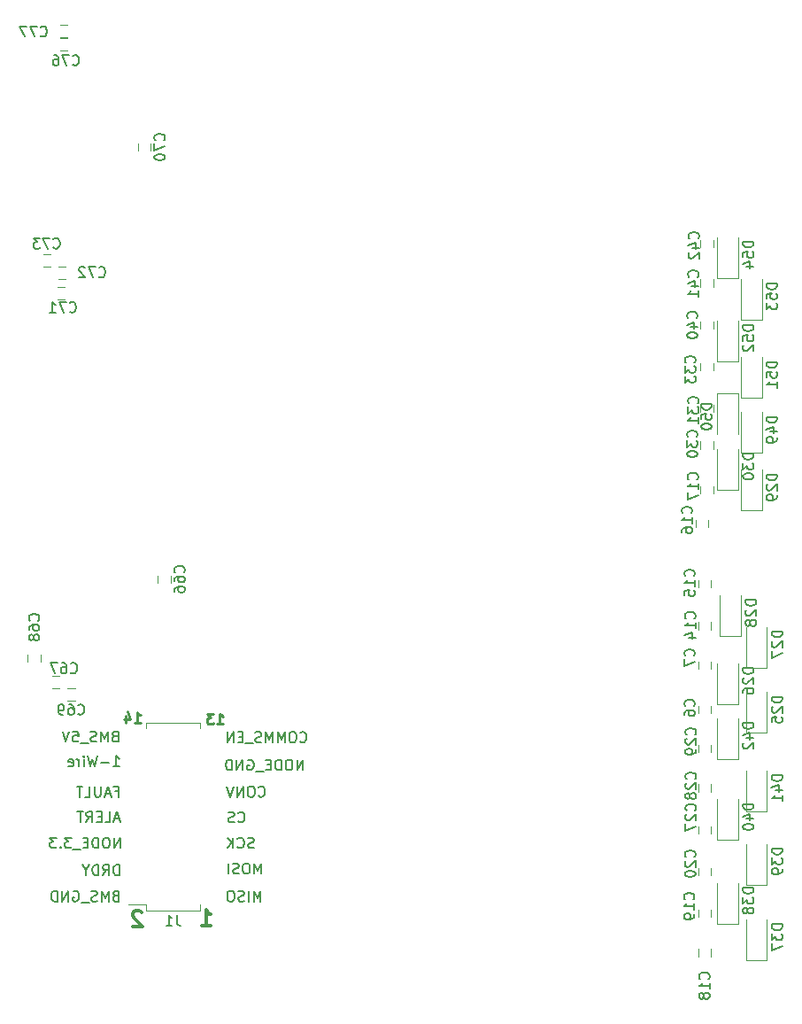
<source format=gbr>
G04 #@! TF.FileFunction,Legend,Bot*
%FSLAX46Y46*%
G04 Gerber Fmt 4.6, Leading zero omitted, Abs format (unit mm)*
G04 Created by KiCad (PCBNEW 4.0.6) date 07/17/17 17:26:29*
%MOMM*%
%LPD*%
G01*
G04 APERTURE LIST*
%ADD10C,0.100000*%
%ADD11C,0.250000*%
%ADD12C,0.300000*%
%ADD13C,0.200000*%
%ADD14C,0.120000*%
%ADD15C,0.150000*%
G04 APERTURE END LIST*
D10*
D11*
X62990476Y-137002381D02*
X63561905Y-137002381D01*
X63276191Y-137002381D02*
X63276191Y-136002381D01*
X63371429Y-136145238D01*
X63466667Y-136240476D01*
X63561905Y-136288095D01*
X62133333Y-136335714D02*
X62133333Y-137002381D01*
X62371429Y-135954762D02*
X62609524Y-136669048D01*
X61990476Y-136669048D01*
X70890476Y-137152381D02*
X71461905Y-137152381D01*
X71176191Y-137152381D02*
X71176191Y-136152381D01*
X71271429Y-136295238D01*
X71366667Y-136390476D01*
X71461905Y-136438095D01*
X70557143Y-136152381D02*
X69938095Y-136152381D01*
X70271429Y-136533333D01*
X70128571Y-136533333D01*
X70033333Y-136580952D01*
X69985714Y-136628571D01*
X69938095Y-136723810D01*
X69938095Y-136961905D01*
X69985714Y-137057143D01*
X70033333Y-137104762D01*
X70128571Y-137152381D01*
X70414286Y-137152381D01*
X70509524Y-137104762D01*
X70557143Y-137057143D01*
D12*
X63678571Y-155121429D02*
X63607142Y-155050000D01*
X63464285Y-154978571D01*
X63107142Y-154978571D01*
X62964285Y-155050000D01*
X62892856Y-155121429D01*
X62821428Y-155264286D01*
X62821428Y-155407143D01*
X62892856Y-155621429D01*
X63749999Y-156478571D01*
X62821428Y-156478571D01*
X69421428Y-156428571D02*
X70278571Y-156428571D01*
X69849999Y-156428571D02*
X69849999Y-154928571D01*
X69992856Y-155142857D01*
X70135714Y-155285714D01*
X70278571Y-155357143D01*
D13*
X61180952Y-153578571D02*
X61038095Y-153626190D01*
X60990476Y-153673810D01*
X60942857Y-153769048D01*
X60942857Y-153911905D01*
X60990476Y-154007143D01*
X61038095Y-154054762D01*
X61133333Y-154102381D01*
X61514286Y-154102381D01*
X61514286Y-153102381D01*
X61180952Y-153102381D01*
X61085714Y-153150000D01*
X61038095Y-153197619D01*
X60990476Y-153292857D01*
X60990476Y-153388095D01*
X61038095Y-153483333D01*
X61085714Y-153530952D01*
X61180952Y-153578571D01*
X61514286Y-153578571D01*
X60514286Y-154102381D02*
X60514286Y-153102381D01*
X60180952Y-153816667D01*
X59847619Y-153102381D01*
X59847619Y-154102381D01*
X59419048Y-154054762D02*
X59276191Y-154102381D01*
X59038095Y-154102381D01*
X58942857Y-154054762D01*
X58895238Y-154007143D01*
X58847619Y-153911905D01*
X58847619Y-153816667D01*
X58895238Y-153721429D01*
X58942857Y-153673810D01*
X59038095Y-153626190D01*
X59228572Y-153578571D01*
X59323810Y-153530952D01*
X59371429Y-153483333D01*
X59419048Y-153388095D01*
X59419048Y-153292857D01*
X59371429Y-153197619D01*
X59323810Y-153150000D01*
X59228572Y-153102381D01*
X58990476Y-153102381D01*
X58847619Y-153150000D01*
X58657143Y-154197619D02*
X57895238Y-154197619D01*
X57133333Y-153150000D02*
X57228571Y-153102381D01*
X57371428Y-153102381D01*
X57514286Y-153150000D01*
X57609524Y-153245238D01*
X57657143Y-153340476D01*
X57704762Y-153530952D01*
X57704762Y-153673810D01*
X57657143Y-153864286D01*
X57609524Y-153959524D01*
X57514286Y-154054762D01*
X57371428Y-154102381D01*
X57276190Y-154102381D01*
X57133333Y-154054762D01*
X57085714Y-154007143D01*
X57085714Y-153673810D01*
X57276190Y-153673810D01*
X56657143Y-154102381D02*
X56657143Y-153102381D01*
X56085714Y-154102381D01*
X56085714Y-153102381D01*
X55609524Y-154102381D02*
X55609524Y-153102381D01*
X55371429Y-153102381D01*
X55228571Y-153150000D01*
X55133333Y-153245238D01*
X55085714Y-153340476D01*
X55038095Y-153530952D01*
X55038095Y-153673810D01*
X55085714Y-153864286D01*
X55133333Y-153959524D01*
X55228571Y-154054762D01*
X55371429Y-154102381D01*
X55609524Y-154102381D01*
X61540476Y-151602381D02*
X61540476Y-150602381D01*
X61302381Y-150602381D01*
X61159523Y-150650000D01*
X61064285Y-150745238D01*
X61016666Y-150840476D01*
X60969047Y-151030952D01*
X60969047Y-151173810D01*
X61016666Y-151364286D01*
X61064285Y-151459524D01*
X61159523Y-151554762D01*
X61302381Y-151602381D01*
X61540476Y-151602381D01*
X59969047Y-151602381D02*
X60302381Y-151126190D01*
X60540476Y-151602381D02*
X60540476Y-150602381D01*
X60159523Y-150602381D01*
X60064285Y-150650000D01*
X60016666Y-150697619D01*
X59969047Y-150792857D01*
X59969047Y-150935714D01*
X60016666Y-151030952D01*
X60064285Y-151078571D01*
X60159523Y-151126190D01*
X60540476Y-151126190D01*
X59540476Y-151602381D02*
X59540476Y-150602381D01*
X59302381Y-150602381D01*
X59159523Y-150650000D01*
X59064285Y-150745238D01*
X59016666Y-150840476D01*
X58969047Y-151030952D01*
X58969047Y-151173810D01*
X59016666Y-151364286D01*
X59064285Y-151459524D01*
X59159523Y-151554762D01*
X59302381Y-151602381D01*
X59540476Y-151602381D01*
X58350000Y-151126190D02*
X58350000Y-151602381D01*
X58683333Y-150602381D02*
X58350000Y-151126190D01*
X58016666Y-150602381D01*
X61633333Y-149002381D02*
X61633333Y-148002381D01*
X61061904Y-149002381D01*
X61061904Y-148002381D01*
X60395238Y-148002381D02*
X60204761Y-148002381D01*
X60109523Y-148050000D01*
X60014285Y-148145238D01*
X59966666Y-148335714D01*
X59966666Y-148669048D01*
X60014285Y-148859524D01*
X60109523Y-148954762D01*
X60204761Y-149002381D01*
X60395238Y-149002381D01*
X60490476Y-148954762D01*
X60585714Y-148859524D01*
X60633333Y-148669048D01*
X60633333Y-148335714D01*
X60585714Y-148145238D01*
X60490476Y-148050000D01*
X60395238Y-148002381D01*
X59538095Y-149002381D02*
X59538095Y-148002381D01*
X59300000Y-148002381D01*
X59157142Y-148050000D01*
X59061904Y-148145238D01*
X59014285Y-148240476D01*
X58966666Y-148430952D01*
X58966666Y-148573810D01*
X59014285Y-148764286D01*
X59061904Y-148859524D01*
X59157142Y-148954762D01*
X59300000Y-149002381D01*
X59538095Y-149002381D01*
X58538095Y-148478571D02*
X58204761Y-148478571D01*
X58061904Y-149002381D02*
X58538095Y-149002381D01*
X58538095Y-148002381D01*
X58061904Y-148002381D01*
X57871428Y-149097619D02*
X57109523Y-149097619D01*
X56966666Y-148002381D02*
X56347618Y-148002381D01*
X56680952Y-148383333D01*
X56538094Y-148383333D01*
X56442856Y-148430952D01*
X56395237Y-148478571D01*
X56347618Y-148573810D01*
X56347618Y-148811905D01*
X56395237Y-148907143D01*
X56442856Y-148954762D01*
X56538094Y-149002381D01*
X56823809Y-149002381D01*
X56919047Y-148954762D01*
X56966666Y-148907143D01*
X55919047Y-148907143D02*
X55871428Y-148954762D01*
X55919047Y-149002381D01*
X55966666Y-148954762D01*
X55919047Y-148907143D01*
X55919047Y-149002381D01*
X55538095Y-148002381D02*
X54919047Y-148002381D01*
X55252381Y-148383333D01*
X55109523Y-148383333D01*
X55014285Y-148430952D01*
X54966666Y-148478571D01*
X54919047Y-148573810D01*
X54919047Y-148811905D01*
X54966666Y-148907143D01*
X55014285Y-148954762D01*
X55109523Y-149002381D01*
X55395238Y-149002381D01*
X55490476Y-148954762D01*
X55538095Y-148907143D01*
X61576191Y-146216667D02*
X61100000Y-146216667D01*
X61671429Y-146502381D02*
X61338096Y-145502381D01*
X61004762Y-146502381D01*
X60195238Y-146502381D02*
X60671429Y-146502381D01*
X60671429Y-145502381D01*
X59861905Y-145978571D02*
X59528571Y-145978571D01*
X59385714Y-146502381D02*
X59861905Y-146502381D01*
X59861905Y-145502381D01*
X59385714Y-145502381D01*
X58385714Y-146502381D02*
X58719048Y-146026190D01*
X58957143Y-146502381D02*
X58957143Y-145502381D01*
X58576190Y-145502381D01*
X58480952Y-145550000D01*
X58433333Y-145597619D01*
X58385714Y-145692857D01*
X58385714Y-145835714D01*
X58433333Y-145930952D01*
X58480952Y-145978571D01*
X58576190Y-146026190D01*
X58957143Y-146026190D01*
X58100000Y-145502381D02*
X57528571Y-145502381D01*
X57814286Y-146502381D02*
X57814286Y-145502381D01*
X61145238Y-143578571D02*
X61478572Y-143578571D01*
X61478572Y-144102381D02*
X61478572Y-143102381D01*
X61002381Y-143102381D01*
X60669048Y-143816667D02*
X60192857Y-143816667D01*
X60764286Y-144102381D02*
X60430953Y-143102381D01*
X60097619Y-144102381D01*
X59764286Y-143102381D02*
X59764286Y-143911905D01*
X59716667Y-144007143D01*
X59669048Y-144054762D01*
X59573810Y-144102381D01*
X59383333Y-144102381D01*
X59288095Y-144054762D01*
X59240476Y-144007143D01*
X59192857Y-143911905D01*
X59192857Y-143102381D01*
X58240476Y-144102381D02*
X58716667Y-144102381D01*
X58716667Y-143102381D01*
X58050000Y-143102381D02*
X57478571Y-143102381D01*
X57764286Y-144102381D02*
X57764286Y-143102381D01*
X60980952Y-141202381D02*
X61552381Y-141202381D01*
X61266667Y-141202381D02*
X61266667Y-140202381D01*
X61361905Y-140345238D01*
X61457143Y-140440476D01*
X61552381Y-140488095D01*
X60552381Y-140821429D02*
X59790476Y-140821429D01*
X59409524Y-140202381D02*
X59171429Y-141202381D01*
X58980952Y-140488095D01*
X58790476Y-141202381D01*
X58552381Y-140202381D01*
X58171429Y-141202381D02*
X58171429Y-140535714D01*
X58171429Y-140202381D02*
X58219048Y-140250000D01*
X58171429Y-140297619D01*
X58123810Y-140250000D01*
X58171429Y-140202381D01*
X58171429Y-140297619D01*
X57695239Y-141202381D02*
X57695239Y-140535714D01*
X57695239Y-140726190D02*
X57647620Y-140630952D01*
X57600001Y-140583333D01*
X57504763Y-140535714D01*
X57409524Y-140535714D01*
X56695238Y-141154762D02*
X56790476Y-141202381D01*
X56980953Y-141202381D01*
X57076191Y-141154762D01*
X57123810Y-141059524D01*
X57123810Y-140678571D01*
X57076191Y-140583333D01*
X56980953Y-140535714D01*
X56790476Y-140535714D01*
X56695238Y-140583333D01*
X56647619Y-140678571D01*
X56647619Y-140773810D01*
X57123810Y-140869048D01*
X61111904Y-138328571D02*
X60969047Y-138376190D01*
X60921428Y-138423810D01*
X60873809Y-138519048D01*
X60873809Y-138661905D01*
X60921428Y-138757143D01*
X60969047Y-138804762D01*
X61064285Y-138852381D01*
X61445238Y-138852381D01*
X61445238Y-137852381D01*
X61111904Y-137852381D01*
X61016666Y-137900000D01*
X60969047Y-137947619D01*
X60921428Y-138042857D01*
X60921428Y-138138095D01*
X60969047Y-138233333D01*
X61016666Y-138280952D01*
X61111904Y-138328571D01*
X61445238Y-138328571D01*
X60445238Y-138852381D02*
X60445238Y-137852381D01*
X60111904Y-138566667D01*
X59778571Y-137852381D01*
X59778571Y-138852381D01*
X59350000Y-138804762D02*
X59207143Y-138852381D01*
X58969047Y-138852381D01*
X58873809Y-138804762D01*
X58826190Y-138757143D01*
X58778571Y-138661905D01*
X58778571Y-138566667D01*
X58826190Y-138471429D01*
X58873809Y-138423810D01*
X58969047Y-138376190D01*
X59159524Y-138328571D01*
X59254762Y-138280952D01*
X59302381Y-138233333D01*
X59350000Y-138138095D01*
X59350000Y-138042857D01*
X59302381Y-137947619D01*
X59254762Y-137900000D01*
X59159524Y-137852381D01*
X58921428Y-137852381D01*
X58778571Y-137900000D01*
X58588095Y-138947619D02*
X57826190Y-138947619D01*
X57111904Y-137852381D02*
X57588095Y-137852381D01*
X57635714Y-138328571D01*
X57588095Y-138280952D01*
X57492857Y-138233333D01*
X57254761Y-138233333D01*
X57159523Y-138280952D01*
X57111904Y-138328571D01*
X57064285Y-138423810D01*
X57064285Y-138661905D01*
X57111904Y-138757143D01*
X57159523Y-138804762D01*
X57254761Y-138852381D01*
X57492857Y-138852381D01*
X57588095Y-138804762D01*
X57635714Y-138757143D01*
X56778571Y-137852381D02*
X56445238Y-138852381D01*
X56111904Y-137852381D01*
X75071428Y-154102381D02*
X75071428Y-153102381D01*
X74738094Y-153816667D01*
X74404761Y-153102381D01*
X74404761Y-154102381D01*
X73928571Y-154102381D02*
X73928571Y-153102381D01*
X73500000Y-154054762D02*
X73357143Y-154102381D01*
X73119047Y-154102381D01*
X73023809Y-154054762D01*
X72976190Y-154007143D01*
X72928571Y-153911905D01*
X72928571Y-153816667D01*
X72976190Y-153721429D01*
X73023809Y-153673810D01*
X73119047Y-153626190D01*
X73309524Y-153578571D01*
X73404762Y-153530952D01*
X73452381Y-153483333D01*
X73500000Y-153388095D01*
X73500000Y-153292857D01*
X73452381Y-153197619D01*
X73404762Y-153150000D01*
X73309524Y-153102381D01*
X73071428Y-153102381D01*
X72928571Y-153150000D01*
X72309524Y-153102381D02*
X72119047Y-153102381D01*
X72023809Y-153150000D01*
X71928571Y-153245238D01*
X71880952Y-153435714D01*
X71880952Y-153769048D01*
X71928571Y-153959524D01*
X72023809Y-154054762D01*
X72119047Y-154102381D01*
X72309524Y-154102381D01*
X72404762Y-154054762D01*
X72500000Y-153959524D01*
X72547619Y-153769048D01*
X72547619Y-153435714D01*
X72500000Y-153245238D01*
X72404762Y-153150000D01*
X72309524Y-153102381D01*
X75121428Y-151452381D02*
X75121428Y-150452381D01*
X74788094Y-151166667D01*
X74454761Y-150452381D01*
X74454761Y-151452381D01*
X73788095Y-150452381D02*
X73597618Y-150452381D01*
X73502380Y-150500000D01*
X73407142Y-150595238D01*
X73359523Y-150785714D01*
X73359523Y-151119048D01*
X73407142Y-151309524D01*
X73502380Y-151404762D01*
X73597618Y-151452381D01*
X73788095Y-151452381D01*
X73883333Y-151404762D01*
X73978571Y-151309524D01*
X74026190Y-151119048D01*
X74026190Y-150785714D01*
X73978571Y-150595238D01*
X73883333Y-150500000D01*
X73788095Y-150452381D01*
X72978571Y-151404762D02*
X72835714Y-151452381D01*
X72597618Y-151452381D01*
X72502380Y-151404762D01*
X72454761Y-151357143D01*
X72407142Y-151261905D01*
X72407142Y-151166667D01*
X72454761Y-151071429D01*
X72502380Y-151023810D01*
X72597618Y-150976190D01*
X72788095Y-150928571D01*
X72883333Y-150880952D01*
X72930952Y-150833333D01*
X72978571Y-150738095D01*
X72978571Y-150642857D01*
X72930952Y-150547619D01*
X72883333Y-150500000D01*
X72788095Y-150452381D01*
X72549999Y-150452381D01*
X72407142Y-150500000D01*
X71978571Y-151452381D02*
X71978571Y-150452381D01*
X74435714Y-148954762D02*
X74292857Y-149002381D01*
X74054761Y-149002381D01*
X73959523Y-148954762D01*
X73911904Y-148907143D01*
X73864285Y-148811905D01*
X73864285Y-148716667D01*
X73911904Y-148621429D01*
X73959523Y-148573810D01*
X74054761Y-148526190D01*
X74245238Y-148478571D01*
X74340476Y-148430952D01*
X74388095Y-148383333D01*
X74435714Y-148288095D01*
X74435714Y-148192857D01*
X74388095Y-148097619D01*
X74340476Y-148050000D01*
X74245238Y-148002381D01*
X74007142Y-148002381D01*
X73864285Y-148050000D01*
X72864285Y-148907143D02*
X72911904Y-148954762D01*
X73054761Y-149002381D01*
X73149999Y-149002381D01*
X73292857Y-148954762D01*
X73388095Y-148859524D01*
X73435714Y-148764286D01*
X73483333Y-148573810D01*
X73483333Y-148430952D01*
X73435714Y-148240476D01*
X73388095Y-148145238D01*
X73292857Y-148050000D01*
X73149999Y-148002381D01*
X73054761Y-148002381D01*
X72911904Y-148050000D01*
X72864285Y-148097619D01*
X72435714Y-149002381D02*
X72435714Y-148002381D01*
X71864285Y-149002381D02*
X72292857Y-148430952D01*
X71864285Y-148002381D02*
X72435714Y-148573810D01*
X72916666Y-146457143D02*
X72964285Y-146504762D01*
X73107142Y-146552381D01*
X73202380Y-146552381D01*
X73345238Y-146504762D01*
X73440476Y-146409524D01*
X73488095Y-146314286D01*
X73535714Y-146123810D01*
X73535714Y-145980952D01*
X73488095Y-145790476D01*
X73440476Y-145695238D01*
X73345238Y-145600000D01*
X73202380Y-145552381D01*
X73107142Y-145552381D01*
X72964285Y-145600000D01*
X72916666Y-145647619D01*
X72535714Y-146504762D02*
X72392857Y-146552381D01*
X72154761Y-146552381D01*
X72059523Y-146504762D01*
X72011904Y-146457143D01*
X71964285Y-146361905D01*
X71964285Y-146266667D01*
X72011904Y-146171429D01*
X72059523Y-146123810D01*
X72154761Y-146076190D01*
X72345238Y-146028571D01*
X72440476Y-145980952D01*
X72488095Y-145933333D01*
X72535714Y-145838095D01*
X72535714Y-145742857D01*
X72488095Y-145647619D01*
X72440476Y-145600000D01*
X72345238Y-145552381D01*
X72107142Y-145552381D01*
X71964285Y-145600000D01*
X74866666Y-144007143D02*
X74914285Y-144054762D01*
X75057142Y-144102381D01*
X75152380Y-144102381D01*
X75295238Y-144054762D01*
X75390476Y-143959524D01*
X75438095Y-143864286D01*
X75485714Y-143673810D01*
X75485714Y-143530952D01*
X75438095Y-143340476D01*
X75390476Y-143245238D01*
X75295238Y-143150000D01*
X75152380Y-143102381D01*
X75057142Y-143102381D01*
X74914285Y-143150000D01*
X74866666Y-143197619D01*
X74247619Y-143102381D02*
X74057142Y-143102381D01*
X73961904Y-143150000D01*
X73866666Y-143245238D01*
X73819047Y-143435714D01*
X73819047Y-143769048D01*
X73866666Y-143959524D01*
X73961904Y-144054762D01*
X74057142Y-144102381D01*
X74247619Y-144102381D01*
X74342857Y-144054762D01*
X74438095Y-143959524D01*
X74485714Y-143769048D01*
X74485714Y-143435714D01*
X74438095Y-143245238D01*
X74342857Y-143150000D01*
X74247619Y-143102381D01*
X73390476Y-144102381D02*
X73390476Y-143102381D01*
X72819047Y-144102381D01*
X72819047Y-143102381D01*
X72485714Y-143102381D02*
X72152381Y-144102381D01*
X71819047Y-143102381D01*
X79116667Y-141552381D02*
X79116667Y-140552381D01*
X78545238Y-141552381D01*
X78545238Y-140552381D01*
X77878572Y-140552381D02*
X77688095Y-140552381D01*
X77592857Y-140600000D01*
X77497619Y-140695238D01*
X77450000Y-140885714D01*
X77450000Y-141219048D01*
X77497619Y-141409524D01*
X77592857Y-141504762D01*
X77688095Y-141552381D01*
X77878572Y-141552381D01*
X77973810Y-141504762D01*
X78069048Y-141409524D01*
X78116667Y-141219048D01*
X78116667Y-140885714D01*
X78069048Y-140695238D01*
X77973810Y-140600000D01*
X77878572Y-140552381D01*
X77021429Y-141552381D02*
X77021429Y-140552381D01*
X76783334Y-140552381D01*
X76640476Y-140600000D01*
X76545238Y-140695238D01*
X76497619Y-140790476D01*
X76450000Y-140980952D01*
X76450000Y-141123810D01*
X76497619Y-141314286D01*
X76545238Y-141409524D01*
X76640476Y-141504762D01*
X76783334Y-141552381D01*
X77021429Y-141552381D01*
X76021429Y-141028571D02*
X75688095Y-141028571D01*
X75545238Y-141552381D02*
X76021429Y-141552381D01*
X76021429Y-140552381D01*
X75545238Y-140552381D01*
X75354762Y-141647619D02*
X74592857Y-141647619D01*
X73830952Y-140600000D02*
X73926190Y-140552381D01*
X74069047Y-140552381D01*
X74211905Y-140600000D01*
X74307143Y-140695238D01*
X74354762Y-140790476D01*
X74402381Y-140980952D01*
X74402381Y-141123810D01*
X74354762Y-141314286D01*
X74307143Y-141409524D01*
X74211905Y-141504762D01*
X74069047Y-141552381D01*
X73973809Y-141552381D01*
X73830952Y-141504762D01*
X73783333Y-141457143D01*
X73783333Y-141123810D01*
X73973809Y-141123810D01*
X73354762Y-141552381D02*
X73354762Y-140552381D01*
X72783333Y-141552381D01*
X72783333Y-140552381D01*
X72307143Y-141552381D02*
X72307143Y-140552381D01*
X72069048Y-140552381D01*
X71926190Y-140600000D01*
X71830952Y-140695238D01*
X71783333Y-140790476D01*
X71735714Y-140980952D01*
X71735714Y-141123810D01*
X71783333Y-141314286D01*
X71830952Y-141409524D01*
X71926190Y-141504762D01*
X72069048Y-141552381D01*
X72307143Y-141552381D01*
X78840476Y-138807143D02*
X78888095Y-138854762D01*
X79030952Y-138902381D01*
X79126190Y-138902381D01*
X79269048Y-138854762D01*
X79364286Y-138759524D01*
X79411905Y-138664286D01*
X79459524Y-138473810D01*
X79459524Y-138330952D01*
X79411905Y-138140476D01*
X79364286Y-138045238D01*
X79269048Y-137950000D01*
X79126190Y-137902381D01*
X79030952Y-137902381D01*
X78888095Y-137950000D01*
X78840476Y-137997619D01*
X78221429Y-137902381D02*
X78030952Y-137902381D01*
X77935714Y-137950000D01*
X77840476Y-138045238D01*
X77792857Y-138235714D01*
X77792857Y-138569048D01*
X77840476Y-138759524D01*
X77935714Y-138854762D01*
X78030952Y-138902381D01*
X78221429Y-138902381D01*
X78316667Y-138854762D01*
X78411905Y-138759524D01*
X78459524Y-138569048D01*
X78459524Y-138235714D01*
X78411905Y-138045238D01*
X78316667Y-137950000D01*
X78221429Y-137902381D01*
X77364286Y-138902381D02*
X77364286Y-137902381D01*
X77030952Y-138616667D01*
X76697619Y-137902381D01*
X76697619Y-138902381D01*
X76221429Y-138902381D02*
X76221429Y-137902381D01*
X75888095Y-138616667D01*
X75554762Y-137902381D01*
X75554762Y-138902381D01*
X75126191Y-138854762D02*
X74983334Y-138902381D01*
X74745238Y-138902381D01*
X74650000Y-138854762D01*
X74602381Y-138807143D01*
X74554762Y-138711905D01*
X74554762Y-138616667D01*
X74602381Y-138521429D01*
X74650000Y-138473810D01*
X74745238Y-138426190D01*
X74935715Y-138378571D01*
X75030953Y-138330952D01*
X75078572Y-138283333D01*
X75126191Y-138188095D01*
X75126191Y-138092857D01*
X75078572Y-137997619D01*
X75030953Y-137950000D01*
X74935715Y-137902381D01*
X74697619Y-137902381D01*
X74554762Y-137950000D01*
X74364286Y-138997619D02*
X73602381Y-138997619D01*
X73364286Y-138378571D02*
X73030952Y-138378571D01*
X72888095Y-138902381D02*
X73364286Y-138902381D01*
X73364286Y-137902381D01*
X72888095Y-137902381D01*
X72459524Y-138902381D02*
X72459524Y-137902381D01*
X71888095Y-138902381D01*
X71888095Y-137902381D01*
D14*
X118100000Y-136100000D02*
X118100000Y-135400000D01*
X116900000Y-135400000D02*
X116900000Y-136100000D01*
X118100000Y-131850000D02*
X118100000Y-131150000D01*
X116900000Y-131150000D02*
X116900000Y-131850000D01*
X118100000Y-128100000D02*
X118100000Y-127400000D01*
X116900000Y-127400000D02*
X116900000Y-128100000D01*
X118100000Y-124100000D02*
X118100000Y-123400000D01*
X116900000Y-123400000D02*
X116900000Y-124100000D01*
X118100000Y-159350000D02*
X118100000Y-158650000D01*
X116900000Y-158650000D02*
X116900000Y-159350000D01*
X118100000Y-155600000D02*
X118100000Y-154900000D01*
X116900000Y-154900000D02*
X116900000Y-155600000D01*
X118100000Y-151600000D02*
X118100000Y-150900000D01*
X116900000Y-150900000D02*
X116900000Y-151600000D01*
X118100000Y-147600000D02*
X118100000Y-146900000D01*
X116900000Y-146900000D02*
X116900000Y-147600000D01*
X118100000Y-143600000D02*
X118100000Y-142900000D01*
X116900000Y-142900000D02*
X116900000Y-143600000D01*
X118350000Y-107350000D02*
X118350000Y-106650000D01*
X117150000Y-106650000D02*
X117150000Y-107350000D01*
X118350000Y-103350000D02*
X118350000Y-102650000D01*
X117150000Y-102650000D02*
X117150000Y-103350000D01*
X118350000Y-99350000D02*
X118350000Y-98650000D01*
X117150000Y-98650000D02*
X117150000Y-99350000D01*
X118350000Y-95350000D02*
X118350000Y-94650000D01*
X117150000Y-94650000D02*
X117150000Y-95350000D01*
X64100000Y-154420000D02*
X64100000Y-154950000D01*
X64100000Y-154950000D02*
X69300000Y-154950000D01*
X69300000Y-154950000D02*
X69300000Y-154420000D01*
X64100000Y-137580000D02*
X64100000Y-137050000D01*
X64100000Y-137050000D02*
X69300000Y-137050000D01*
X69300000Y-137050000D02*
X69300000Y-137580000D01*
X62430000Y-154420000D02*
X64100000Y-154420000D01*
X117850000Y-118350000D02*
X117850000Y-117650000D01*
X116650000Y-117650000D02*
X116650000Y-118350000D01*
X118350000Y-115100000D02*
X118350000Y-114400000D01*
X117150000Y-114400000D02*
X117150000Y-115100000D01*
X118100000Y-139850000D02*
X118100000Y-139150000D01*
X116900000Y-139150000D02*
X116900000Y-139850000D01*
X118350000Y-110850000D02*
X118350000Y-110150000D01*
X117150000Y-110150000D02*
X117150000Y-110850000D01*
X118350000Y-91600000D02*
X118350000Y-90900000D01*
X117150000Y-90900000D02*
X117150000Y-91600000D01*
X66450000Y-123650000D02*
X66450000Y-122950000D01*
X65250000Y-122950000D02*
X65250000Y-123650000D01*
X55150000Y-133750000D02*
X55850000Y-133750000D01*
X55850000Y-132550000D02*
X55150000Y-132550000D01*
X54000000Y-131200000D02*
X54000000Y-130500000D01*
X52800000Y-130500000D02*
X52800000Y-131200000D01*
X56600000Y-134900000D02*
X57300000Y-134900000D01*
X57300000Y-133700000D02*
X56600000Y-133700000D01*
X64550000Y-82350000D02*
X64550000Y-81650000D01*
X63350000Y-81650000D02*
X63350000Y-82350000D01*
X55600000Y-96550000D02*
X56300000Y-96550000D01*
X56300000Y-95350000D02*
X55600000Y-95350000D01*
X55700000Y-94650000D02*
X56400000Y-94650000D01*
X56400000Y-93450000D02*
X55700000Y-93450000D01*
X54950000Y-92250000D02*
X54250000Y-92250000D01*
X54250000Y-93450000D02*
X54950000Y-93450000D01*
X56600000Y-71550000D02*
X55900000Y-71550000D01*
X55900000Y-72750000D02*
X56600000Y-72750000D01*
X56600000Y-70300000D02*
X55900000Y-70300000D01*
X55900000Y-71500000D02*
X56600000Y-71500000D01*
X123500000Y-138000000D02*
X121500000Y-138000000D01*
X121500000Y-138000000D02*
X121500000Y-134100000D01*
X123500000Y-138000000D02*
X123500000Y-134100000D01*
X120750000Y-135250000D02*
X118750000Y-135250000D01*
X118750000Y-135250000D02*
X118750000Y-131350000D01*
X120750000Y-135250000D02*
X120750000Y-131350000D01*
X123500000Y-131750000D02*
X121500000Y-131750000D01*
X121500000Y-131750000D02*
X121500000Y-127850000D01*
X123500000Y-131750000D02*
X123500000Y-127850000D01*
X121000000Y-128750000D02*
X119000000Y-128750000D01*
X119000000Y-128750000D02*
X119000000Y-124850000D01*
X121000000Y-128750000D02*
X121000000Y-124850000D01*
X123000000Y-116750000D02*
X121000000Y-116750000D01*
X121000000Y-116750000D02*
X121000000Y-112850000D01*
X123000000Y-116750000D02*
X123000000Y-112850000D01*
X120750000Y-114750000D02*
X118750000Y-114750000D01*
X118750000Y-114750000D02*
X118750000Y-110850000D01*
X120750000Y-114750000D02*
X120750000Y-110850000D01*
X123500000Y-159750000D02*
X121500000Y-159750000D01*
X121500000Y-159750000D02*
X121500000Y-155850000D01*
X123500000Y-159750000D02*
X123500000Y-155850000D01*
X120750000Y-156250000D02*
X118750000Y-156250000D01*
X118750000Y-156250000D02*
X118750000Y-152350000D01*
X120750000Y-156250000D02*
X120750000Y-152350000D01*
X123500000Y-152500000D02*
X121500000Y-152500000D01*
X121500000Y-152500000D02*
X121500000Y-148600000D01*
X123500000Y-152500000D02*
X123500000Y-148600000D01*
X120750000Y-148250000D02*
X118750000Y-148250000D01*
X118750000Y-148250000D02*
X118750000Y-144350000D01*
X120750000Y-148250000D02*
X120750000Y-144350000D01*
X123500000Y-145500000D02*
X121500000Y-145500000D01*
X121500000Y-145500000D02*
X121500000Y-141600000D01*
X123500000Y-145500000D02*
X123500000Y-141600000D01*
X120750000Y-140500000D02*
X118750000Y-140500000D01*
X118750000Y-140500000D02*
X118750000Y-136600000D01*
X120750000Y-140500000D02*
X120750000Y-136600000D01*
X123000000Y-111250000D02*
X121000000Y-111250000D01*
X121000000Y-111250000D02*
X121000000Y-107350000D01*
X123000000Y-111250000D02*
X123000000Y-107350000D01*
X118750000Y-105500000D02*
X120750000Y-105500000D01*
X120750000Y-105500000D02*
X120750000Y-109400000D01*
X118750000Y-105500000D02*
X118750000Y-109400000D01*
X123000000Y-106000000D02*
X121000000Y-106000000D01*
X121000000Y-106000000D02*
X121000000Y-102100000D01*
X123000000Y-106000000D02*
X123000000Y-102100000D01*
X120750000Y-102500000D02*
X118750000Y-102500000D01*
X118750000Y-102500000D02*
X118750000Y-98600000D01*
X120750000Y-102500000D02*
X120750000Y-98600000D01*
X123000000Y-98500000D02*
X121000000Y-98500000D01*
X121000000Y-98500000D02*
X121000000Y-94600000D01*
X123000000Y-98500000D02*
X123000000Y-94600000D01*
X120750000Y-94500000D02*
X118750000Y-94500000D01*
X118750000Y-94500000D02*
X118750000Y-90600000D01*
X120750000Y-94500000D02*
X120750000Y-90600000D01*
D15*
X116507143Y-135433334D02*
X116554762Y-135385715D01*
X116602381Y-135242858D01*
X116602381Y-135147620D01*
X116554762Y-135004762D01*
X116459524Y-134909524D01*
X116364286Y-134861905D01*
X116173810Y-134814286D01*
X116030952Y-134814286D01*
X115840476Y-134861905D01*
X115745238Y-134909524D01*
X115650000Y-135004762D01*
X115602381Y-135147620D01*
X115602381Y-135242858D01*
X115650000Y-135385715D01*
X115697619Y-135433334D01*
X115602381Y-136290477D02*
X115602381Y-136100000D01*
X115650000Y-136004762D01*
X115697619Y-135957143D01*
X115840476Y-135861905D01*
X116030952Y-135814286D01*
X116411905Y-135814286D01*
X116507143Y-135861905D01*
X116554762Y-135909524D01*
X116602381Y-136004762D01*
X116602381Y-136195239D01*
X116554762Y-136290477D01*
X116507143Y-136338096D01*
X116411905Y-136385715D01*
X116173810Y-136385715D01*
X116078571Y-136338096D01*
X116030952Y-136290477D01*
X115983333Y-136195239D01*
X115983333Y-136004762D01*
X116030952Y-135909524D01*
X116078571Y-135861905D01*
X116173810Y-135814286D01*
X116507143Y-130633334D02*
X116554762Y-130585715D01*
X116602381Y-130442858D01*
X116602381Y-130347620D01*
X116554762Y-130204762D01*
X116459524Y-130109524D01*
X116364286Y-130061905D01*
X116173810Y-130014286D01*
X116030952Y-130014286D01*
X115840476Y-130061905D01*
X115745238Y-130109524D01*
X115650000Y-130204762D01*
X115602381Y-130347620D01*
X115602381Y-130442858D01*
X115650000Y-130585715D01*
X115697619Y-130633334D01*
X115602381Y-130966667D02*
X115602381Y-131633334D01*
X116602381Y-131204762D01*
X116557143Y-127057143D02*
X116604762Y-127009524D01*
X116652381Y-126866667D01*
X116652381Y-126771429D01*
X116604762Y-126628571D01*
X116509524Y-126533333D01*
X116414286Y-126485714D01*
X116223810Y-126438095D01*
X116080952Y-126438095D01*
X115890476Y-126485714D01*
X115795238Y-126533333D01*
X115700000Y-126628571D01*
X115652381Y-126771429D01*
X115652381Y-126866667D01*
X115700000Y-127009524D01*
X115747619Y-127057143D01*
X116652381Y-128009524D02*
X116652381Y-127438095D01*
X116652381Y-127723809D02*
X115652381Y-127723809D01*
X115795238Y-127628571D01*
X115890476Y-127533333D01*
X115938095Y-127438095D01*
X115985714Y-128866667D02*
X116652381Y-128866667D01*
X115604762Y-128628571D02*
X116319048Y-128390476D01*
X116319048Y-129009524D01*
X116507143Y-123007143D02*
X116554762Y-122959524D01*
X116602381Y-122816667D01*
X116602381Y-122721429D01*
X116554762Y-122578571D01*
X116459524Y-122483333D01*
X116364286Y-122435714D01*
X116173810Y-122388095D01*
X116030952Y-122388095D01*
X115840476Y-122435714D01*
X115745238Y-122483333D01*
X115650000Y-122578571D01*
X115602381Y-122721429D01*
X115602381Y-122816667D01*
X115650000Y-122959524D01*
X115697619Y-123007143D01*
X116602381Y-123959524D02*
X116602381Y-123388095D01*
X116602381Y-123673809D02*
X115602381Y-123673809D01*
X115745238Y-123578571D01*
X115840476Y-123483333D01*
X115888095Y-123388095D01*
X115602381Y-124864286D02*
X115602381Y-124388095D01*
X116078571Y-124340476D01*
X116030952Y-124388095D01*
X115983333Y-124483333D01*
X115983333Y-124721429D01*
X116030952Y-124816667D01*
X116078571Y-124864286D01*
X116173810Y-124911905D01*
X116411905Y-124911905D01*
X116507143Y-124864286D01*
X116554762Y-124816667D01*
X116602381Y-124721429D01*
X116602381Y-124483333D01*
X116554762Y-124388095D01*
X116507143Y-124340476D01*
X117907143Y-161507143D02*
X117954762Y-161459524D01*
X118002381Y-161316667D01*
X118002381Y-161221429D01*
X117954762Y-161078571D01*
X117859524Y-160983333D01*
X117764286Y-160935714D01*
X117573810Y-160888095D01*
X117430952Y-160888095D01*
X117240476Y-160935714D01*
X117145238Y-160983333D01*
X117050000Y-161078571D01*
X117002381Y-161221429D01*
X117002381Y-161316667D01*
X117050000Y-161459524D01*
X117097619Y-161507143D01*
X118002381Y-162459524D02*
X118002381Y-161888095D01*
X118002381Y-162173809D02*
X117002381Y-162173809D01*
X117145238Y-162078571D01*
X117240476Y-161983333D01*
X117288095Y-161888095D01*
X117430952Y-163030952D02*
X117383333Y-162935714D01*
X117335714Y-162888095D01*
X117240476Y-162840476D01*
X117192857Y-162840476D01*
X117097619Y-162888095D01*
X117050000Y-162935714D01*
X117002381Y-163030952D01*
X117002381Y-163221429D01*
X117050000Y-163316667D01*
X117097619Y-163364286D01*
X117192857Y-163411905D01*
X117240476Y-163411905D01*
X117335714Y-163364286D01*
X117383333Y-163316667D01*
X117430952Y-163221429D01*
X117430952Y-163030952D01*
X117478571Y-162935714D01*
X117526190Y-162888095D01*
X117621429Y-162840476D01*
X117811905Y-162840476D01*
X117907143Y-162888095D01*
X117954762Y-162935714D01*
X118002381Y-163030952D01*
X118002381Y-163221429D01*
X117954762Y-163316667D01*
X117907143Y-163364286D01*
X117811905Y-163411905D01*
X117621429Y-163411905D01*
X117526190Y-163364286D01*
X117478571Y-163316667D01*
X117430952Y-163221429D01*
X116457143Y-153907143D02*
X116504762Y-153859524D01*
X116552381Y-153716667D01*
X116552381Y-153621429D01*
X116504762Y-153478571D01*
X116409524Y-153383333D01*
X116314286Y-153335714D01*
X116123810Y-153288095D01*
X115980952Y-153288095D01*
X115790476Y-153335714D01*
X115695238Y-153383333D01*
X115600000Y-153478571D01*
X115552381Y-153621429D01*
X115552381Y-153716667D01*
X115600000Y-153859524D01*
X115647619Y-153907143D01*
X116552381Y-154859524D02*
X116552381Y-154288095D01*
X116552381Y-154573809D02*
X115552381Y-154573809D01*
X115695238Y-154478571D01*
X115790476Y-154383333D01*
X115838095Y-154288095D01*
X116552381Y-155335714D02*
X116552381Y-155526190D01*
X116504762Y-155621429D01*
X116457143Y-155669048D01*
X116314286Y-155764286D01*
X116123810Y-155811905D01*
X115742857Y-155811905D01*
X115647619Y-155764286D01*
X115600000Y-155716667D01*
X115552381Y-155621429D01*
X115552381Y-155430952D01*
X115600000Y-155335714D01*
X115647619Y-155288095D01*
X115742857Y-155240476D01*
X115980952Y-155240476D01*
X116076190Y-155288095D01*
X116123810Y-155335714D01*
X116171429Y-155430952D01*
X116171429Y-155621429D01*
X116123810Y-155716667D01*
X116076190Y-155764286D01*
X115980952Y-155811905D01*
X116557143Y-149857143D02*
X116604762Y-149809524D01*
X116652381Y-149666667D01*
X116652381Y-149571429D01*
X116604762Y-149428571D01*
X116509524Y-149333333D01*
X116414286Y-149285714D01*
X116223810Y-149238095D01*
X116080952Y-149238095D01*
X115890476Y-149285714D01*
X115795238Y-149333333D01*
X115700000Y-149428571D01*
X115652381Y-149571429D01*
X115652381Y-149666667D01*
X115700000Y-149809524D01*
X115747619Y-149857143D01*
X115747619Y-150238095D02*
X115700000Y-150285714D01*
X115652381Y-150380952D01*
X115652381Y-150619048D01*
X115700000Y-150714286D01*
X115747619Y-150761905D01*
X115842857Y-150809524D01*
X115938095Y-150809524D01*
X116080952Y-150761905D01*
X116652381Y-150190476D01*
X116652381Y-150809524D01*
X115652381Y-151428571D02*
X115652381Y-151523810D01*
X115700000Y-151619048D01*
X115747619Y-151666667D01*
X115842857Y-151714286D01*
X116033333Y-151761905D01*
X116271429Y-151761905D01*
X116461905Y-151714286D01*
X116557143Y-151666667D01*
X116604762Y-151619048D01*
X116652381Y-151523810D01*
X116652381Y-151428571D01*
X116604762Y-151333333D01*
X116557143Y-151285714D01*
X116461905Y-151238095D01*
X116271429Y-151190476D01*
X116033333Y-151190476D01*
X115842857Y-151238095D01*
X115747619Y-151285714D01*
X115700000Y-151333333D01*
X115652381Y-151428571D01*
X116607143Y-145407143D02*
X116654762Y-145359524D01*
X116702381Y-145216667D01*
X116702381Y-145121429D01*
X116654762Y-144978571D01*
X116559524Y-144883333D01*
X116464286Y-144835714D01*
X116273810Y-144788095D01*
X116130952Y-144788095D01*
X115940476Y-144835714D01*
X115845238Y-144883333D01*
X115750000Y-144978571D01*
X115702381Y-145121429D01*
X115702381Y-145216667D01*
X115750000Y-145359524D01*
X115797619Y-145407143D01*
X115797619Y-145788095D02*
X115750000Y-145835714D01*
X115702381Y-145930952D01*
X115702381Y-146169048D01*
X115750000Y-146264286D01*
X115797619Y-146311905D01*
X115892857Y-146359524D01*
X115988095Y-146359524D01*
X116130952Y-146311905D01*
X116702381Y-145740476D01*
X116702381Y-146359524D01*
X115702381Y-146692857D02*
X115702381Y-147359524D01*
X116702381Y-146930952D01*
X116607143Y-142407143D02*
X116654762Y-142359524D01*
X116702381Y-142216667D01*
X116702381Y-142121429D01*
X116654762Y-141978571D01*
X116559524Y-141883333D01*
X116464286Y-141835714D01*
X116273810Y-141788095D01*
X116130952Y-141788095D01*
X115940476Y-141835714D01*
X115845238Y-141883333D01*
X115750000Y-141978571D01*
X115702381Y-142121429D01*
X115702381Y-142216667D01*
X115750000Y-142359524D01*
X115797619Y-142407143D01*
X115797619Y-142788095D02*
X115750000Y-142835714D01*
X115702381Y-142930952D01*
X115702381Y-143169048D01*
X115750000Y-143264286D01*
X115797619Y-143311905D01*
X115892857Y-143359524D01*
X115988095Y-143359524D01*
X116130952Y-143311905D01*
X116702381Y-142740476D01*
X116702381Y-143359524D01*
X116130952Y-143930952D02*
X116083333Y-143835714D01*
X116035714Y-143788095D01*
X115940476Y-143740476D01*
X115892857Y-143740476D01*
X115797619Y-143788095D01*
X115750000Y-143835714D01*
X115702381Y-143930952D01*
X115702381Y-144121429D01*
X115750000Y-144216667D01*
X115797619Y-144264286D01*
X115892857Y-144311905D01*
X115940476Y-144311905D01*
X116035714Y-144264286D01*
X116083333Y-144216667D01*
X116130952Y-144121429D01*
X116130952Y-143930952D01*
X116178571Y-143835714D01*
X116226190Y-143788095D01*
X116321429Y-143740476D01*
X116511905Y-143740476D01*
X116607143Y-143788095D01*
X116654762Y-143835714D01*
X116702381Y-143930952D01*
X116702381Y-144121429D01*
X116654762Y-144216667D01*
X116607143Y-144264286D01*
X116511905Y-144311905D01*
X116321429Y-144311905D01*
X116226190Y-144264286D01*
X116178571Y-144216667D01*
X116130952Y-144121429D01*
X116857143Y-106507143D02*
X116904762Y-106459524D01*
X116952381Y-106316667D01*
X116952381Y-106221429D01*
X116904762Y-106078571D01*
X116809524Y-105983333D01*
X116714286Y-105935714D01*
X116523810Y-105888095D01*
X116380952Y-105888095D01*
X116190476Y-105935714D01*
X116095238Y-105983333D01*
X116000000Y-106078571D01*
X115952381Y-106221429D01*
X115952381Y-106316667D01*
X116000000Y-106459524D01*
X116047619Y-106507143D01*
X115952381Y-106840476D02*
X115952381Y-107459524D01*
X116333333Y-107126190D01*
X116333333Y-107269048D01*
X116380952Y-107364286D01*
X116428571Y-107411905D01*
X116523810Y-107459524D01*
X116761905Y-107459524D01*
X116857143Y-107411905D01*
X116904762Y-107364286D01*
X116952381Y-107269048D01*
X116952381Y-106983333D01*
X116904762Y-106888095D01*
X116857143Y-106840476D01*
X116952381Y-108411905D02*
X116952381Y-107840476D01*
X116952381Y-108126190D02*
X115952381Y-108126190D01*
X116095238Y-108030952D01*
X116190476Y-107935714D01*
X116238095Y-107840476D01*
X116557143Y-102607143D02*
X116604762Y-102559524D01*
X116652381Y-102416667D01*
X116652381Y-102321429D01*
X116604762Y-102178571D01*
X116509524Y-102083333D01*
X116414286Y-102035714D01*
X116223810Y-101988095D01*
X116080952Y-101988095D01*
X115890476Y-102035714D01*
X115795238Y-102083333D01*
X115700000Y-102178571D01*
X115652381Y-102321429D01*
X115652381Y-102416667D01*
X115700000Y-102559524D01*
X115747619Y-102607143D01*
X115652381Y-102940476D02*
X115652381Y-103559524D01*
X116033333Y-103226190D01*
X116033333Y-103369048D01*
X116080952Y-103464286D01*
X116128571Y-103511905D01*
X116223810Y-103559524D01*
X116461905Y-103559524D01*
X116557143Y-103511905D01*
X116604762Y-103464286D01*
X116652381Y-103369048D01*
X116652381Y-103083333D01*
X116604762Y-102988095D01*
X116557143Y-102940476D01*
X115652381Y-103892857D02*
X115652381Y-104511905D01*
X116033333Y-104178571D01*
X116033333Y-104321429D01*
X116080952Y-104416667D01*
X116128571Y-104464286D01*
X116223810Y-104511905D01*
X116461905Y-104511905D01*
X116557143Y-104464286D01*
X116604762Y-104416667D01*
X116652381Y-104321429D01*
X116652381Y-104035714D01*
X116604762Y-103940476D01*
X116557143Y-103892857D01*
X116757143Y-98357143D02*
X116804762Y-98309524D01*
X116852381Y-98166667D01*
X116852381Y-98071429D01*
X116804762Y-97928571D01*
X116709524Y-97833333D01*
X116614286Y-97785714D01*
X116423810Y-97738095D01*
X116280952Y-97738095D01*
X116090476Y-97785714D01*
X115995238Y-97833333D01*
X115900000Y-97928571D01*
X115852381Y-98071429D01*
X115852381Y-98166667D01*
X115900000Y-98309524D01*
X115947619Y-98357143D01*
X116185714Y-99214286D02*
X116852381Y-99214286D01*
X115804762Y-98976190D02*
X116519048Y-98738095D01*
X116519048Y-99357143D01*
X115852381Y-99928571D02*
X115852381Y-100023810D01*
X115900000Y-100119048D01*
X115947619Y-100166667D01*
X116042857Y-100214286D01*
X116233333Y-100261905D01*
X116471429Y-100261905D01*
X116661905Y-100214286D01*
X116757143Y-100166667D01*
X116804762Y-100119048D01*
X116852381Y-100023810D01*
X116852381Y-99928571D01*
X116804762Y-99833333D01*
X116757143Y-99785714D01*
X116661905Y-99738095D01*
X116471429Y-99690476D01*
X116233333Y-99690476D01*
X116042857Y-99738095D01*
X115947619Y-99785714D01*
X115900000Y-99833333D01*
X115852381Y-99928571D01*
X116857143Y-94407143D02*
X116904762Y-94359524D01*
X116952381Y-94216667D01*
X116952381Y-94121429D01*
X116904762Y-93978571D01*
X116809524Y-93883333D01*
X116714286Y-93835714D01*
X116523810Y-93788095D01*
X116380952Y-93788095D01*
X116190476Y-93835714D01*
X116095238Y-93883333D01*
X116000000Y-93978571D01*
X115952381Y-94121429D01*
X115952381Y-94216667D01*
X116000000Y-94359524D01*
X116047619Y-94407143D01*
X116285714Y-95264286D02*
X116952381Y-95264286D01*
X115904762Y-95026190D02*
X116619048Y-94788095D01*
X116619048Y-95407143D01*
X116952381Y-96311905D02*
X116952381Y-95740476D01*
X116952381Y-96026190D02*
X115952381Y-96026190D01*
X116095238Y-95930952D01*
X116190476Y-95835714D01*
X116238095Y-95740476D01*
X67033333Y-155402381D02*
X67033333Y-156116667D01*
X67080953Y-156259524D01*
X67176191Y-156354762D01*
X67319048Y-156402381D01*
X67414286Y-156402381D01*
X66033333Y-156402381D02*
X66604762Y-156402381D01*
X66319048Y-156402381D02*
X66319048Y-155402381D01*
X66414286Y-155545238D01*
X66509524Y-155640476D01*
X66604762Y-155688095D01*
X116257143Y-117007143D02*
X116304762Y-116959524D01*
X116352381Y-116816667D01*
X116352381Y-116721429D01*
X116304762Y-116578571D01*
X116209524Y-116483333D01*
X116114286Y-116435714D01*
X115923810Y-116388095D01*
X115780952Y-116388095D01*
X115590476Y-116435714D01*
X115495238Y-116483333D01*
X115400000Y-116578571D01*
X115352381Y-116721429D01*
X115352381Y-116816667D01*
X115400000Y-116959524D01*
X115447619Y-117007143D01*
X116352381Y-117959524D02*
X116352381Y-117388095D01*
X116352381Y-117673809D02*
X115352381Y-117673809D01*
X115495238Y-117578571D01*
X115590476Y-117483333D01*
X115638095Y-117388095D01*
X115352381Y-118816667D02*
X115352381Y-118626190D01*
X115400000Y-118530952D01*
X115447619Y-118483333D01*
X115590476Y-118388095D01*
X115780952Y-118340476D01*
X116161905Y-118340476D01*
X116257143Y-118388095D01*
X116304762Y-118435714D01*
X116352381Y-118530952D01*
X116352381Y-118721429D01*
X116304762Y-118816667D01*
X116257143Y-118864286D01*
X116161905Y-118911905D01*
X115923810Y-118911905D01*
X115828571Y-118864286D01*
X115780952Y-118816667D01*
X115733333Y-118721429D01*
X115733333Y-118530952D01*
X115780952Y-118435714D01*
X115828571Y-118388095D01*
X115923810Y-118340476D01*
X116807143Y-113757143D02*
X116854762Y-113709524D01*
X116902381Y-113566667D01*
X116902381Y-113471429D01*
X116854762Y-113328571D01*
X116759524Y-113233333D01*
X116664286Y-113185714D01*
X116473810Y-113138095D01*
X116330952Y-113138095D01*
X116140476Y-113185714D01*
X116045238Y-113233333D01*
X115950000Y-113328571D01*
X115902381Y-113471429D01*
X115902381Y-113566667D01*
X115950000Y-113709524D01*
X115997619Y-113757143D01*
X116902381Y-114709524D02*
X116902381Y-114138095D01*
X116902381Y-114423809D02*
X115902381Y-114423809D01*
X116045238Y-114328571D01*
X116140476Y-114233333D01*
X116188095Y-114138095D01*
X115902381Y-115042857D02*
X115902381Y-115709524D01*
X116902381Y-115280952D01*
X116607143Y-138157143D02*
X116654762Y-138109524D01*
X116702381Y-137966667D01*
X116702381Y-137871429D01*
X116654762Y-137728571D01*
X116559524Y-137633333D01*
X116464286Y-137585714D01*
X116273810Y-137538095D01*
X116130952Y-137538095D01*
X115940476Y-137585714D01*
X115845238Y-137633333D01*
X115750000Y-137728571D01*
X115702381Y-137871429D01*
X115702381Y-137966667D01*
X115750000Y-138109524D01*
X115797619Y-138157143D01*
X115797619Y-138538095D02*
X115750000Y-138585714D01*
X115702381Y-138680952D01*
X115702381Y-138919048D01*
X115750000Y-139014286D01*
X115797619Y-139061905D01*
X115892857Y-139109524D01*
X115988095Y-139109524D01*
X116130952Y-139061905D01*
X116702381Y-138490476D01*
X116702381Y-139109524D01*
X116702381Y-139585714D02*
X116702381Y-139776190D01*
X116654762Y-139871429D01*
X116607143Y-139919048D01*
X116464286Y-140014286D01*
X116273810Y-140061905D01*
X115892857Y-140061905D01*
X115797619Y-140014286D01*
X115750000Y-139966667D01*
X115702381Y-139871429D01*
X115702381Y-139680952D01*
X115750000Y-139585714D01*
X115797619Y-139538095D01*
X115892857Y-139490476D01*
X116130952Y-139490476D01*
X116226190Y-139538095D01*
X116273810Y-139585714D01*
X116321429Y-139680952D01*
X116321429Y-139871429D01*
X116273810Y-139966667D01*
X116226190Y-140014286D01*
X116130952Y-140061905D01*
X116757143Y-109707143D02*
X116804762Y-109659524D01*
X116852381Y-109516667D01*
X116852381Y-109421429D01*
X116804762Y-109278571D01*
X116709524Y-109183333D01*
X116614286Y-109135714D01*
X116423810Y-109088095D01*
X116280952Y-109088095D01*
X116090476Y-109135714D01*
X115995238Y-109183333D01*
X115900000Y-109278571D01*
X115852381Y-109421429D01*
X115852381Y-109516667D01*
X115900000Y-109659524D01*
X115947619Y-109707143D01*
X115852381Y-110040476D02*
X115852381Y-110659524D01*
X116233333Y-110326190D01*
X116233333Y-110469048D01*
X116280952Y-110564286D01*
X116328571Y-110611905D01*
X116423810Y-110659524D01*
X116661905Y-110659524D01*
X116757143Y-110611905D01*
X116804762Y-110564286D01*
X116852381Y-110469048D01*
X116852381Y-110183333D01*
X116804762Y-110088095D01*
X116757143Y-110040476D01*
X115852381Y-111278571D02*
X115852381Y-111373810D01*
X115900000Y-111469048D01*
X115947619Y-111516667D01*
X116042857Y-111564286D01*
X116233333Y-111611905D01*
X116471429Y-111611905D01*
X116661905Y-111564286D01*
X116757143Y-111516667D01*
X116804762Y-111469048D01*
X116852381Y-111373810D01*
X116852381Y-111278571D01*
X116804762Y-111183333D01*
X116757143Y-111135714D01*
X116661905Y-111088095D01*
X116471429Y-111040476D01*
X116233333Y-111040476D01*
X116042857Y-111088095D01*
X115947619Y-111135714D01*
X115900000Y-111183333D01*
X115852381Y-111278571D01*
X116907143Y-90757143D02*
X116954762Y-90709524D01*
X117002381Y-90566667D01*
X117002381Y-90471429D01*
X116954762Y-90328571D01*
X116859524Y-90233333D01*
X116764286Y-90185714D01*
X116573810Y-90138095D01*
X116430952Y-90138095D01*
X116240476Y-90185714D01*
X116145238Y-90233333D01*
X116050000Y-90328571D01*
X116002381Y-90471429D01*
X116002381Y-90566667D01*
X116050000Y-90709524D01*
X116097619Y-90757143D01*
X116335714Y-91614286D02*
X117002381Y-91614286D01*
X115954762Y-91376190D02*
X116669048Y-91138095D01*
X116669048Y-91757143D01*
X116097619Y-92090476D02*
X116050000Y-92138095D01*
X116002381Y-92233333D01*
X116002381Y-92471429D01*
X116050000Y-92566667D01*
X116097619Y-92614286D01*
X116192857Y-92661905D01*
X116288095Y-92661905D01*
X116430952Y-92614286D01*
X117002381Y-92042857D01*
X117002381Y-92661905D01*
X67707143Y-122657143D02*
X67754762Y-122609524D01*
X67802381Y-122466667D01*
X67802381Y-122371429D01*
X67754762Y-122228571D01*
X67659524Y-122133333D01*
X67564286Y-122085714D01*
X67373810Y-122038095D01*
X67230952Y-122038095D01*
X67040476Y-122085714D01*
X66945238Y-122133333D01*
X66850000Y-122228571D01*
X66802381Y-122371429D01*
X66802381Y-122466667D01*
X66850000Y-122609524D01*
X66897619Y-122657143D01*
X66802381Y-123514286D02*
X66802381Y-123323809D01*
X66850000Y-123228571D01*
X66897619Y-123180952D01*
X67040476Y-123085714D01*
X67230952Y-123038095D01*
X67611905Y-123038095D01*
X67707143Y-123085714D01*
X67754762Y-123133333D01*
X67802381Y-123228571D01*
X67802381Y-123419048D01*
X67754762Y-123514286D01*
X67707143Y-123561905D01*
X67611905Y-123609524D01*
X67373810Y-123609524D01*
X67278571Y-123561905D01*
X67230952Y-123514286D01*
X67183333Y-123419048D01*
X67183333Y-123228571D01*
X67230952Y-123133333D01*
X67278571Y-123085714D01*
X67373810Y-123038095D01*
X66802381Y-124466667D02*
X66802381Y-124276190D01*
X66850000Y-124180952D01*
X66897619Y-124133333D01*
X67040476Y-124038095D01*
X67230952Y-123990476D01*
X67611905Y-123990476D01*
X67707143Y-124038095D01*
X67754762Y-124085714D01*
X67802381Y-124180952D01*
X67802381Y-124371429D01*
X67754762Y-124466667D01*
X67707143Y-124514286D01*
X67611905Y-124561905D01*
X67373810Y-124561905D01*
X67278571Y-124514286D01*
X67230952Y-124466667D01*
X67183333Y-124371429D01*
X67183333Y-124180952D01*
X67230952Y-124085714D01*
X67278571Y-124038095D01*
X67373810Y-123990476D01*
X56892857Y-132207143D02*
X56940476Y-132254762D01*
X57083333Y-132302381D01*
X57178571Y-132302381D01*
X57321429Y-132254762D01*
X57416667Y-132159524D01*
X57464286Y-132064286D01*
X57511905Y-131873810D01*
X57511905Y-131730952D01*
X57464286Y-131540476D01*
X57416667Y-131445238D01*
X57321429Y-131350000D01*
X57178571Y-131302381D01*
X57083333Y-131302381D01*
X56940476Y-131350000D01*
X56892857Y-131397619D01*
X56035714Y-131302381D02*
X56226191Y-131302381D01*
X56321429Y-131350000D01*
X56369048Y-131397619D01*
X56464286Y-131540476D01*
X56511905Y-131730952D01*
X56511905Y-132111905D01*
X56464286Y-132207143D01*
X56416667Y-132254762D01*
X56321429Y-132302381D01*
X56130952Y-132302381D01*
X56035714Y-132254762D01*
X55988095Y-132207143D01*
X55940476Y-132111905D01*
X55940476Y-131873810D01*
X55988095Y-131778571D01*
X56035714Y-131730952D01*
X56130952Y-131683333D01*
X56321429Y-131683333D01*
X56416667Y-131730952D01*
X56464286Y-131778571D01*
X56511905Y-131873810D01*
X55607143Y-131302381D02*
X54940476Y-131302381D01*
X55369048Y-132302381D01*
X53807143Y-127257143D02*
X53854762Y-127209524D01*
X53902381Y-127066667D01*
X53902381Y-126971429D01*
X53854762Y-126828571D01*
X53759524Y-126733333D01*
X53664286Y-126685714D01*
X53473810Y-126638095D01*
X53330952Y-126638095D01*
X53140476Y-126685714D01*
X53045238Y-126733333D01*
X52950000Y-126828571D01*
X52902381Y-126971429D01*
X52902381Y-127066667D01*
X52950000Y-127209524D01*
X52997619Y-127257143D01*
X52902381Y-128114286D02*
X52902381Y-127923809D01*
X52950000Y-127828571D01*
X52997619Y-127780952D01*
X53140476Y-127685714D01*
X53330952Y-127638095D01*
X53711905Y-127638095D01*
X53807143Y-127685714D01*
X53854762Y-127733333D01*
X53902381Y-127828571D01*
X53902381Y-128019048D01*
X53854762Y-128114286D01*
X53807143Y-128161905D01*
X53711905Y-128209524D01*
X53473810Y-128209524D01*
X53378571Y-128161905D01*
X53330952Y-128114286D01*
X53283333Y-128019048D01*
X53283333Y-127828571D01*
X53330952Y-127733333D01*
X53378571Y-127685714D01*
X53473810Y-127638095D01*
X53330952Y-128780952D02*
X53283333Y-128685714D01*
X53235714Y-128638095D01*
X53140476Y-128590476D01*
X53092857Y-128590476D01*
X52997619Y-128638095D01*
X52950000Y-128685714D01*
X52902381Y-128780952D01*
X52902381Y-128971429D01*
X52950000Y-129066667D01*
X52997619Y-129114286D01*
X53092857Y-129161905D01*
X53140476Y-129161905D01*
X53235714Y-129114286D01*
X53283333Y-129066667D01*
X53330952Y-128971429D01*
X53330952Y-128780952D01*
X53378571Y-128685714D01*
X53426190Y-128638095D01*
X53521429Y-128590476D01*
X53711905Y-128590476D01*
X53807143Y-128638095D01*
X53854762Y-128685714D01*
X53902381Y-128780952D01*
X53902381Y-128971429D01*
X53854762Y-129066667D01*
X53807143Y-129114286D01*
X53711905Y-129161905D01*
X53521429Y-129161905D01*
X53426190Y-129114286D01*
X53378571Y-129066667D01*
X53330952Y-128971429D01*
X57592857Y-136157143D02*
X57640476Y-136204762D01*
X57783333Y-136252381D01*
X57878571Y-136252381D01*
X58021429Y-136204762D01*
X58116667Y-136109524D01*
X58164286Y-136014286D01*
X58211905Y-135823810D01*
X58211905Y-135680952D01*
X58164286Y-135490476D01*
X58116667Y-135395238D01*
X58021429Y-135300000D01*
X57878571Y-135252381D01*
X57783333Y-135252381D01*
X57640476Y-135300000D01*
X57592857Y-135347619D01*
X56735714Y-135252381D02*
X56926191Y-135252381D01*
X57021429Y-135300000D01*
X57069048Y-135347619D01*
X57164286Y-135490476D01*
X57211905Y-135680952D01*
X57211905Y-136061905D01*
X57164286Y-136157143D01*
X57116667Y-136204762D01*
X57021429Y-136252381D01*
X56830952Y-136252381D01*
X56735714Y-136204762D01*
X56688095Y-136157143D01*
X56640476Y-136061905D01*
X56640476Y-135823810D01*
X56688095Y-135728571D01*
X56735714Y-135680952D01*
X56830952Y-135633333D01*
X57021429Y-135633333D01*
X57116667Y-135680952D01*
X57164286Y-135728571D01*
X57211905Y-135823810D01*
X56164286Y-136252381D02*
X55973810Y-136252381D01*
X55878571Y-136204762D01*
X55830952Y-136157143D01*
X55735714Y-136014286D01*
X55688095Y-135823810D01*
X55688095Y-135442857D01*
X55735714Y-135347619D01*
X55783333Y-135300000D01*
X55878571Y-135252381D01*
X56069048Y-135252381D01*
X56164286Y-135300000D01*
X56211905Y-135347619D01*
X56259524Y-135442857D01*
X56259524Y-135680952D01*
X56211905Y-135776190D01*
X56164286Y-135823810D01*
X56069048Y-135871429D01*
X55878571Y-135871429D01*
X55783333Y-135823810D01*
X55735714Y-135776190D01*
X55688095Y-135680952D01*
X65807143Y-81357143D02*
X65854762Y-81309524D01*
X65902381Y-81166667D01*
X65902381Y-81071429D01*
X65854762Y-80928571D01*
X65759524Y-80833333D01*
X65664286Y-80785714D01*
X65473810Y-80738095D01*
X65330952Y-80738095D01*
X65140476Y-80785714D01*
X65045238Y-80833333D01*
X64950000Y-80928571D01*
X64902381Y-81071429D01*
X64902381Y-81166667D01*
X64950000Y-81309524D01*
X64997619Y-81357143D01*
X64902381Y-81690476D02*
X64902381Y-82357143D01*
X65902381Y-81928571D01*
X64902381Y-82928571D02*
X64902381Y-83023810D01*
X64950000Y-83119048D01*
X64997619Y-83166667D01*
X65092857Y-83214286D01*
X65283333Y-83261905D01*
X65521429Y-83261905D01*
X65711905Y-83214286D01*
X65807143Y-83166667D01*
X65854762Y-83119048D01*
X65902381Y-83023810D01*
X65902381Y-82928571D01*
X65854762Y-82833333D01*
X65807143Y-82785714D01*
X65711905Y-82738095D01*
X65521429Y-82690476D01*
X65283333Y-82690476D01*
X65092857Y-82738095D01*
X64997619Y-82785714D01*
X64950000Y-82833333D01*
X64902381Y-82928571D01*
X56792857Y-97707143D02*
X56840476Y-97754762D01*
X56983333Y-97802381D01*
X57078571Y-97802381D01*
X57221429Y-97754762D01*
X57316667Y-97659524D01*
X57364286Y-97564286D01*
X57411905Y-97373810D01*
X57411905Y-97230952D01*
X57364286Y-97040476D01*
X57316667Y-96945238D01*
X57221429Y-96850000D01*
X57078571Y-96802381D01*
X56983333Y-96802381D01*
X56840476Y-96850000D01*
X56792857Y-96897619D01*
X56459524Y-96802381D02*
X55792857Y-96802381D01*
X56221429Y-97802381D01*
X54888095Y-97802381D02*
X55459524Y-97802381D01*
X55173810Y-97802381D02*
X55173810Y-96802381D01*
X55269048Y-96945238D01*
X55364286Y-97040476D01*
X55459524Y-97088095D01*
X59592857Y-94357143D02*
X59640476Y-94404762D01*
X59783333Y-94452381D01*
X59878571Y-94452381D01*
X60021429Y-94404762D01*
X60116667Y-94309524D01*
X60164286Y-94214286D01*
X60211905Y-94023810D01*
X60211905Y-93880952D01*
X60164286Y-93690476D01*
X60116667Y-93595238D01*
X60021429Y-93500000D01*
X59878571Y-93452381D01*
X59783333Y-93452381D01*
X59640476Y-93500000D01*
X59592857Y-93547619D01*
X59259524Y-93452381D02*
X58592857Y-93452381D01*
X59021429Y-94452381D01*
X58259524Y-93547619D02*
X58211905Y-93500000D01*
X58116667Y-93452381D01*
X57878571Y-93452381D01*
X57783333Y-93500000D01*
X57735714Y-93547619D01*
X57688095Y-93642857D01*
X57688095Y-93738095D01*
X57735714Y-93880952D01*
X58307143Y-94452381D01*
X57688095Y-94452381D01*
X55242857Y-91607143D02*
X55290476Y-91654762D01*
X55433333Y-91702381D01*
X55528571Y-91702381D01*
X55671429Y-91654762D01*
X55766667Y-91559524D01*
X55814286Y-91464286D01*
X55861905Y-91273810D01*
X55861905Y-91130952D01*
X55814286Y-90940476D01*
X55766667Y-90845238D01*
X55671429Y-90750000D01*
X55528571Y-90702381D01*
X55433333Y-90702381D01*
X55290476Y-90750000D01*
X55242857Y-90797619D01*
X54909524Y-90702381D02*
X54242857Y-90702381D01*
X54671429Y-91702381D01*
X53957143Y-90702381D02*
X53338095Y-90702381D01*
X53671429Y-91083333D01*
X53528571Y-91083333D01*
X53433333Y-91130952D01*
X53385714Y-91178571D01*
X53338095Y-91273810D01*
X53338095Y-91511905D01*
X53385714Y-91607143D01*
X53433333Y-91654762D01*
X53528571Y-91702381D01*
X53814286Y-91702381D01*
X53909524Y-91654762D01*
X53957143Y-91607143D01*
X57092857Y-74107143D02*
X57140476Y-74154762D01*
X57283333Y-74202381D01*
X57378571Y-74202381D01*
X57521429Y-74154762D01*
X57616667Y-74059524D01*
X57664286Y-73964286D01*
X57711905Y-73773810D01*
X57711905Y-73630952D01*
X57664286Y-73440476D01*
X57616667Y-73345238D01*
X57521429Y-73250000D01*
X57378571Y-73202381D01*
X57283333Y-73202381D01*
X57140476Y-73250000D01*
X57092857Y-73297619D01*
X56759524Y-73202381D02*
X56092857Y-73202381D01*
X56521429Y-74202381D01*
X55283333Y-73202381D02*
X55473810Y-73202381D01*
X55569048Y-73250000D01*
X55616667Y-73297619D01*
X55711905Y-73440476D01*
X55759524Y-73630952D01*
X55759524Y-74011905D01*
X55711905Y-74107143D01*
X55664286Y-74154762D01*
X55569048Y-74202381D01*
X55378571Y-74202381D01*
X55283333Y-74154762D01*
X55235714Y-74107143D01*
X55188095Y-74011905D01*
X55188095Y-73773810D01*
X55235714Y-73678571D01*
X55283333Y-73630952D01*
X55378571Y-73583333D01*
X55569048Y-73583333D01*
X55664286Y-73630952D01*
X55711905Y-73678571D01*
X55759524Y-73773810D01*
X53992857Y-71357143D02*
X54040476Y-71404762D01*
X54183333Y-71452381D01*
X54278571Y-71452381D01*
X54421429Y-71404762D01*
X54516667Y-71309524D01*
X54564286Y-71214286D01*
X54611905Y-71023810D01*
X54611905Y-70880952D01*
X54564286Y-70690476D01*
X54516667Y-70595238D01*
X54421429Y-70500000D01*
X54278571Y-70452381D01*
X54183333Y-70452381D01*
X54040476Y-70500000D01*
X53992857Y-70547619D01*
X53659524Y-70452381D02*
X52992857Y-70452381D01*
X53421429Y-71452381D01*
X52707143Y-70452381D02*
X52040476Y-70452381D01*
X52469048Y-71452381D01*
X124952381Y-134535714D02*
X123952381Y-134535714D01*
X123952381Y-134773809D01*
X124000000Y-134916667D01*
X124095238Y-135011905D01*
X124190476Y-135059524D01*
X124380952Y-135107143D01*
X124523810Y-135107143D01*
X124714286Y-135059524D01*
X124809524Y-135011905D01*
X124904762Y-134916667D01*
X124952381Y-134773809D01*
X124952381Y-134535714D01*
X124047619Y-135488095D02*
X124000000Y-135535714D01*
X123952381Y-135630952D01*
X123952381Y-135869048D01*
X124000000Y-135964286D01*
X124047619Y-136011905D01*
X124142857Y-136059524D01*
X124238095Y-136059524D01*
X124380952Y-136011905D01*
X124952381Y-135440476D01*
X124952381Y-136059524D01*
X123952381Y-136964286D02*
X123952381Y-136488095D01*
X124428571Y-136440476D01*
X124380952Y-136488095D01*
X124333333Y-136583333D01*
X124333333Y-136821429D01*
X124380952Y-136916667D01*
X124428571Y-136964286D01*
X124523810Y-137011905D01*
X124761905Y-137011905D01*
X124857143Y-136964286D01*
X124904762Y-136916667D01*
X124952381Y-136821429D01*
X124952381Y-136583333D01*
X124904762Y-136488095D01*
X124857143Y-136440476D01*
X122202381Y-131785714D02*
X121202381Y-131785714D01*
X121202381Y-132023809D01*
X121250000Y-132166667D01*
X121345238Y-132261905D01*
X121440476Y-132309524D01*
X121630952Y-132357143D01*
X121773810Y-132357143D01*
X121964286Y-132309524D01*
X122059524Y-132261905D01*
X122154762Y-132166667D01*
X122202381Y-132023809D01*
X122202381Y-131785714D01*
X121297619Y-132738095D02*
X121250000Y-132785714D01*
X121202381Y-132880952D01*
X121202381Y-133119048D01*
X121250000Y-133214286D01*
X121297619Y-133261905D01*
X121392857Y-133309524D01*
X121488095Y-133309524D01*
X121630952Y-133261905D01*
X122202381Y-132690476D01*
X122202381Y-133309524D01*
X121202381Y-134166667D02*
X121202381Y-133976190D01*
X121250000Y-133880952D01*
X121297619Y-133833333D01*
X121440476Y-133738095D01*
X121630952Y-133690476D01*
X122011905Y-133690476D01*
X122107143Y-133738095D01*
X122154762Y-133785714D01*
X122202381Y-133880952D01*
X122202381Y-134071429D01*
X122154762Y-134166667D01*
X122107143Y-134214286D01*
X122011905Y-134261905D01*
X121773810Y-134261905D01*
X121678571Y-134214286D01*
X121630952Y-134166667D01*
X121583333Y-134071429D01*
X121583333Y-133880952D01*
X121630952Y-133785714D01*
X121678571Y-133738095D01*
X121773810Y-133690476D01*
X124952381Y-128285714D02*
X123952381Y-128285714D01*
X123952381Y-128523809D01*
X124000000Y-128666667D01*
X124095238Y-128761905D01*
X124190476Y-128809524D01*
X124380952Y-128857143D01*
X124523810Y-128857143D01*
X124714286Y-128809524D01*
X124809524Y-128761905D01*
X124904762Y-128666667D01*
X124952381Y-128523809D01*
X124952381Y-128285714D01*
X124047619Y-129238095D02*
X124000000Y-129285714D01*
X123952381Y-129380952D01*
X123952381Y-129619048D01*
X124000000Y-129714286D01*
X124047619Y-129761905D01*
X124142857Y-129809524D01*
X124238095Y-129809524D01*
X124380952Y-129761905D01*
X124952381Y-129190476D01*
X124952381Y-129809524D01*
X123952381Y-130142857D02*
X123952381Y-130809524D01*
X124952381Y-130380952D01*
X122452381Y-125285714D02*
X121452381Y-125285714D01*
X121452381Y-125523809D01*
X121500000Y-125666667D01*
X121595238Y-125761905D01*
X121690476Y-125809524D01*
X121880952Y-125857143D01*
X122023810Y-125857143D01*
X122214286Y-125809524D01*
X122309524Y-125761905D01*
X122404762Y-125666667D01*
X122452381Y-125523809D01*
X122452381Y-125285714D01*
X121547619Y-126238095D02*
X121500000Y-126285714D01*
X121452381Y-126380952D01*
X121452381Y-126619048D01*
X121500000Y-126714286D01*
X121547619Y-126761905D01*
X121642857Y-126809524D01*
X121738095Y-126809524D01*
X121880952Y-126761905D01*
X122452381Y-126190476D01*
X122452381Y-126809524D01*
X121880952Y-127380952D02*
X121833333Y-127285714D01*
X121785714Y-127238095D01*
X121690476Y-127190476D01*
X121642857Y-127190476D01*
X121547619Y-127238095D01*
X121500000Y-127285714D01*
X121452381Y-127380952D01*
X121452381Y-127571429D01*
X121500000Y-127666667D01*
X121547619Y-127714286D01*
X121642857Y-127761905D01*
X121690476Y-127761905D01*
X121785714Y-127714286D01*
X121833333Y-127666667D01*
X121880952Y-127571429D01*
X121880952Y-127380952D01*
X121928571Y-127285714D01*
X121976190Y-127238095D01*
X122071429Y-127190476D01*
X122261905Y-127190476D01*
X122357143Y-127238095D01*
X122404762Y-127285714D01*
X122452381Y-127380952D01*
X122452381Y-127571429D01*
X122404762Y-127666667D01*
X122357143Y-127714286D01*
X122261905Y-127761905D01*
X122071429Y-127761905D01*
X121976190Y-127714286D01*
X121928571Y-127666667D01*
X121880952Y-127571429D01*
X124452381Y-113285714D02*
X123452381Y-113285714D01*
X123452381Y-113523809D01*
X123500000Y-113666667D01*
X123595238Y-113761905D01*
X123690476Y-113809524D01*
X123880952Y-113857143D01*
X124023810Y-113857143D01*
X124214286Y-113809524D01*
X124309524Y-113761905D01*
X124404762Y-113666667D01*
X124452381Y-113523809D01*
X124452381Y-113285714D01*
X123547619Y-114238095D02*
X123500000Y-114285714D01*
X123452381Y-114380952D01*
X123452381Y-114619048D01*
X123500000Y-114714286D01*
X123547619Y-114761905D01*
X123642857Y-114809524D01*
X123738095Y-114809524D01*
X123880952Y-114761905D01*
X124452381Y-114190476D01*
X124452381Y-114809524D01*
X124452381Y-115285714D02*
X124452381Y-115476190D01*
X124404762Y-115571429D01*
X124357143Y-115619048D01*
X124214286Y-115714286D01*
X124023810Y-115761905D01*
X123642857Y-115761905D01*
X123547619Y-115714286D01*
X123500000Y-115666667D01*
X123452381Y-115571429D01*
X123452381Y-115380952D01*
X123500000Y-115285714D01*
X123547619Y-115238095D01*
X123642857Y-115190476D01*
X123880952Y-115190476D01*
X123976190Y-115238095D01*
X124023810Y-115285714D01*
X124071429Y-115380952D01*
X124071429Y-115571429D01*
X124023810Y-115666667D01*
X123976190Y-115714286D01*
X123880952Y-115761905D01*
X122202381Y-111285714D02*
X121202381Y-111285714D01*
X121202381Y-111523809D01*
X121250000Y-111666667D01*
X121345238Y-111761905D01*
X121440476Y-111809524D01*
X121630952Y-111857143D01*
X121773810Y-111857143D01*
X121964286Y-111809524D01*
X122059524Y-111761905D01*
X122154762Y-111666667D01*
X122202381Y-111523809D01*
X122202381Y-111285714D01*
X121202381Y-112190476D02*
X121202381Y-112809524D01*
X121583333Y-112476190D01*
X121583333Y-112619048D01*
X121630952Y-112714286D01*
X121678571Y-112761905D01*
X121773810Y-112809524D01*
X122011905Y-112809524D01*
X122107143Y-112761905D01*
X122154762Y-112714286D01*
X122202381Y-112619048D01*
X122202381Y-112333333D01*
X122154762Y-112238095D01*
X122107143Y-112190476D01*
X121202381Y-113428571D02*
X121202381Y-113523810D01*
X121250000Y-113619048D01*
X121297619Y-113666667D01*
X121392857Y-113714286D01*
X121583333Y-113761905D01*
X121821429Y-113761905D01*
X122011905Y-113714286D01*
X122107143Y-113666667D01*
X122154762Y-113619048D01*
X122202381Y-113523810D01*
X122202381Y-113428571D01*
X122154762Y-113333333D01*
X122107143Y-113285714D01*
X122011905Y-113238095D01*
X121821429Y-113190476D01*
X121583333Y-113190476D01*
X121392857Y-113238095D01*
X121297619Y-113285714D01*
X121250000Y-113333333D01*
X121202381Y-113428571D01*
X124952381Y-156285714D02*
X123952381Y-156285714D01*
X123952381Y-156523809D01*
X124000000Y-156666667D01*
X124095238Y-156761905D01*
X124190476Y-156809524D01*
X124380952Y-156857143D01*
X124523810Y-156857143D01*
X124714286Y-156809524D01*
X124809524Y-156761905D01*
X124904762Y-156666667D01*
X124952381Y-156523809D01*
X124952381Y-156285714D01*
X123952381Y-157190476D02*
X123952381Y-157809524D01*
X124333333Y-157476190D01*
X124333333Y-157619048D01*
X124380952Y-157714286D01*
X124428571Y-157761905D01*
X124523810Y-157809524D01*
X124761905Y-157809524D01*
X124857143Y-157761905D01*
X124904762Y-157714286D01*
X124952381Y-157619048D01*
X124952381Y-157333333D01*
X124904762Y-157238095D01*
X124857143Y-157190476D01*
X123952381Y-158142857D02*
X123952381Y-158809524D01*
X124952381Y-158380952D01*
X122202381Y-152785714D02*
X121202381Y-152785714D01*
X121202381Y-153023809D01*
X121250000Y-153166667D01*
X121345238Y-153261905D01*
X121440476Y-153309524D01*
X121630952Y-153357143D01*
X121773810Y-153357143D01*
X121964286Y-153309524D01*
X122059524Y-153261905D01*
X122154762Y-153166667D01*
X122202381Y-153023809D01*
X122202381Y-152785714D01*
X121202381Y-153690476D02*
X121202381Y-154309524D01*
X121583333Y-153976190D01*
X121583333Y-154119048D01*
X121630952Y-154214286D01*
X121678571Y-154261905D01*
X121773810Y-154309524D01*
X122011905Y-154309524D01*
X122107143Y-154261905D01*
X122154762Y-154214286D01*
X122202381Y-154119048D01*
X122202381Y-153833333D01*
X122154762Y-153738095D01*
X122107143Y-153690476D01*
X121630952Y-154880952D02*
X121583333Y-154785714D01*
X121535714Y-154738095D01*
X121440476Y-154690476D01*
X121392857Y-154690476D01*
X121297619Y-154738095D01*
X121250000Y-154785714D01*
X121202381Y-154880952D01*
X121202381Y-155071429D01*
X121250000Y-155166667D01*
X121297619Y-155214286D01*
X121392857Y-155261905D01*
X121440476Y-155261905D01*
X121535714Y-155214286D01*
X121583333Y-155166667D01*
X121630952Y-155071429D01*
X121630952Y-154880952D01*
X121678571Y-154785714D01*
X121726190Y-154738095D01*
X121821429Y-154690476D01*
X122011905Y-154690476D01*
X122107143Y-154738095D01*
X122154762Y-154785714D01*
X122202381Y-154880952D01*
X122202381Y-155071429D01*
X122154762Y-155166667D01*
X122107143Y-155214286D01*
X122011905Y-155261905D01*
X121821429Y-155261905D01*
X121726190Y-155214286D01*
X121678571Y-155166667D01*
X121630952Y-155071429D01*
X124952381Y-149035714D02*
X123952381Y-149035714D01*
X123952381Y-149273809D01*
X124000000Y-149416667D01*
X124095238Y-149511905D01*
X124190476Y-149559524D01*
X124380952Y-149607143D01*
X124523810Y-149607143D01*
X124714286Y-149559524D01*
X124809524Y-149511905D01*
X124904762Y-149416667D01*
X124952381Y-149273809D01*
X124952381Y-149035714D01*
X123952381Y-149940476D02*
X123952381Y-150559524D01*
X124333333Y-150226190D01*
X124333333Y-150369048D01*
X124380952Y-150464286D01*
X124428571Y-150511905D01*
X124523810Y-150559524D01*
X124761905Y-150559524D01*
X124857143Y-150511905D01*
X124904762Y-150464286D01*
X124952381Y-150369048D01*
X124952381Y-150083333D01*
X124904762Y-149988095D01*
X124857143Y-149940476D01*
X124952381Y-151035714D02*
X124952381Y-151226190D01*
X124904762Y-151321429D01*
X124857143Y-151369048D01*
X124714286Y-151464286D01*
X124523810Y-151511905D01*
X124142857Y-151511905D01*
X124047619Y-151464286D01*
X124000000Y-151416667D01*
X123952381Y-151321429D01*
X123952381Y-151130952D01*
X124000000Y-151035714D01*
X124047619Y-150988095D01*
X124142857Y-150940476D01*
X124380952Y-150940476D01*
X124476190Y-150988095D01*
X124523810Y-151035714D01*
X124571429Y-151130952D01*
X124571429Y-151321429D01*
X124523810Y-151416667D01*
X124476190Y-151464286D01*
X124380952Y-151511905D01*
X122202381Y-144785714D02*
X121202381Y-144785714D01*
X121202381Y-145023809D01*
X121250000Y-145166667D01*
X121345238Y-145261905D01*
X121440476Y-145309524D01*
X121630952Y-145357143D01*
X121773810Y-145357143D01*
X121964286Y-145309524D01*
X122059524Y-145261905D01*
X122154762Y-145166667D01*
X122202381Y-145023809D01*
X122202381Y-144785714D01*
X121535714Y-146214286D02*
X122202381Y-146214286D01*
X121154762Y-145976190D02*
X121869048Y-145738095D01*
X121869048Y-146357143D01*
X121202381Y-146928571D02*
X121202381Y-147023810D01*
X121250000Y-147119048D01*
X121297619Y-147166667D01*
X121392857Y-147214286D01*
X121583333Y-147261905D01*
X121821429Y-147261905D01*
X122011905Y-147214286D01*
X122107143Y-147166667D01*
X122154762Y-147119048D01*
X122202381Y-147023810D01*
X122202381Y-146928571D01*
X122154762Y-146833333D01*
X122107143Y-146785714D01*
X122011905Y-146738095D01*
X121821429Y-146690476D01*
X121583333Y-146690476D01*
X121392857Y-146738095D01*
X121297619Y-146785714D01*
X121250000Y-146833333D01*
X121202381Y-146928571D01*
X124952381Y-142035714D02*
X123952381Y-142035714D01*
X123952381Y-142273809D01*
X124000000Y-142416667D01*
X124095238Y-142511905D01*
X124190476Y-142559524D01*
X124380952Y-142607143D01*
X124523810Y-142607143D01*
X124714286Y-142559524D01*
X124809524Y-142511905D01*
X124904762Y-142416667D01*
X124952381Y-142273809D01*
X124952381Y-142035714D01*
X124285714Y-143464286D02*
X124952381Y-143464286D01*
X123904762Y-143226190D02*
X124619048Y-142988095D01*
X124619048Y-143607143D01*
X124952381Y-144511905D02*
X124952381Y-143940476D01*
X124952381Y-144226190D02*
X123952381Y-144226190D01*
X124095238Y-144130952D01*
X124190476Y-144035714D01*
X124238095Y-143940476D01*
X122202381Y-137035714D02*
X121202381Y-137035714D01*
X121202381Y-137273809D01*
X121250000Y-137416667D01*
X121345238Y-137511905D01*
X121440476Y-137559524D01*
X121630952Y-137607143D01*
X121773810Y-137607143D01*
X121964286Y-137559524D01*
X122059524Y-137511905D01*
X122154762Y-137416667D01*
X122202381Y-137273809D01*
X122202381Y-137035714D01*
X121535714Y-138464286D02*
X122202381Y-138464286D01*
X121154762Y-138226190D02*
X121869048Y-137988095D01*
X121869048Y-138607143D01*
X121297619Y-138940476D02*
X121250000Y-138988095D01*
X121202381Y-139083333D01*
X121202381Y-139321429D01*
X121250000Y-139416667D01*
X121297619Y-139464286D01*
X121392857Y-139511905D01*
X121488095Y-139511905D01*
X121630952Y-139464286D01*
X122202381Y-138892857D01*
X122202381Y-139511905D01*
X124452381Y-107785714D02*
X123452381Y-107785714D01*
X123452381Y-108023809D01*
X123500000Y-108166667D01*
X123595238Y-108261905D01*
X123690476Y-108309524D01*
X123880952Y-108357143D01*
X124023810Y-108357143D01*
X124214286Y-108309524D01*
X124309524Y-108261905D01*
X124404762Y-108166667D01*
X124452381Y-108023809D01*
X124452381Y-107785714D01*
X123785714Y-109214286D02*
X124452381Y-109214286D01*
X123404762Y-108976190D02*
X124119048Y-108738095D01*
X124119048Y-109357143D01*
X124452381Y-109785714D02*
X124452381Y-109976190D01*
X124404762Y-110071429D01*
X124357143Y-110119048D01*
X124214286Y-110214286D01*
X124023810Y-110261905D01*
X123642857Y-110261905D01*
X123547619Y-110214286D01*
X123500000Y-110166667D01*
X123452381Y-110071429D01*
X123452381Y-109880952D01*
X123500000Y-109785714D01*
X123547619Y-109738095D01*
X123642857Y-109690476D01*
X123880952Y-109690476D01*
X123976190Y-109738095D01*
X124023810Y-109785714D01*
X124071429Y-109880952D01*
X124071429Y-110071429D01*
X124023810Y-110166667D01*
X123976190Y-110214286D01*
X123880952Y-110261905D01*
X118202381Y-106535714D02*
X117202381Y-106535714D01*
X117202381Y-106773809D01*
X117250000Y-106916667D01*
X117345238Y-107011905D01*
X117440476Y-107059524D01*
X117630952Y-107107143D01*
X117773810Y-107107143D01*
X117964286Y-107059524D01*
X118059524Y-107011905D01*
X118154762Y-106916667D01*
X118202381Y-106773809D01*
X118202381Y-106535714D01*
X117202381Y-108011905D02*
X117202381Y-107535714D01*
X117678571Y-107488095D01*
X117630952Y-107535714D01*
X117583333Y-107630952D01*
X117583333Y-107869048D01*
X117630952Y-107964286D01*
X117678571Y-108011905D01*
X117773810Y-108059524D01*
X118011905Y-108059524D01*
X118107143Y-108011905D01*
X118154762Y-107964286D01*
X118202381Y-107869048D01*
X118202381Y-107630952D01*
X118154762Y-107535714D01*
X118107143Y-107488095D01*
X117202381Y-108678571D02*
X117202381Y-108773810D01*
X117250000Y-108869048D01*
X117297619Y-108916667D01*
X117392857Y-108964286D01*
X117583333Y-109011905D01*
X117821429Y-109011905D01*
X118011905Y-108964286D01*
X118107143Y-108916667D01*
X118154762Y-108869048D01*
X118202381Y-108773810D01*
X118202381Y-108678571D01*
X118154762Y-108583333D01*
X118107143Y-108535714D01*
X118011905Y-108488095D01*
X117821429Y-108440476D01*
X117583333Y-108440476D01*
X117392857Y-108488095D01*
X117297619Y-108535714D01*
X117250000Y-108583333D01*
X117202381Y-108678571D01*
X124452381Y-102535714D02*
X123452381Y-102535714D01*
X123452381Y-102773809D01*
X123500000Y-102916667D01*
X123595238Y-103011905D01*
X123690476Y-103059524D01*
X123880952Y-103107143D01*
X124023810Y-103107143D01*
X124214286Y-103059524D01*
X124309524Y-103011905D01*
X124404762Y-102916667D01*
X124452381Y-102773809D01*
X124452381Y-102535714D01*
X123452381Y-104011905D02*
X123452381Y-103535714D01*
X123928571Y-103488095D01*
X123880952Y-103535714D01*
X123833333Y-103630952D01*
X123833333Y-103869048D01*
X123880952Y-103964286D01*
X123928571Y-104011905D01*
X124023810Y-104059524D01*
X124261905Y-104059524D01*
X124357143Y-104011905D01*
X124404762Y-103964286D01*
X124452381Y-103869048D01*
X124452381Y-103630952D01*
X124404762Y-103535714D01*
X124357143Y-103488095D01*
X124452381Y-105011905D02*
X124452381Y-104440476D01*
X124452381Y-104726190D02*
X123452381Y-104726190D01*
X123595238Y-104630952D01*
X123690476Y-104535714D01*
X123738095Y-104440476D01*
X122202381Y-99035714D02*
X121202381Y-99035714D01*
X121202381Y-99273809D01*
X121250000Y-99416667D01*
X121345238Y-99511905D01*
X121440476Y-99559524D01*
X121630952Y-99607143D01*
X121773810Y-99607143D01*
X121964286Y-99559524D01*
X122059524Y-99511905D01*
X122154762Y-99416667D01*
X122202381Y-99273809D01*
X122202381Y-99035714D01*
X121202381Y-100511905D02*
X121202381Y-100035714D01*
X121678571Y-99988095D01*
X121630952Y-100035714D01*
X121583333Y-100130952D01*
X121583333Y-100369048D01*
X121630952Y-100464286D01*
X121678571Y-100511905D01*
X121773810Y-100559524D01*
X122011905Y-100559524D01*
X122107143Y-100511905D01*
X122154762Y-100464286D01*
X122202381Y-100369048D01*
X122202381Y-100130952D01*
X122154762Y-100035714D01*
X122107143Y-99988095D01*
X121297619Y-100940476D02*
X121250000Y-100988095D01*
X121202381Y-101083333D01*
X121202381Y-101321429D01*
X121250000Y-101416667D01*
X121297619Y-101464286D01*
X121392857Y-101511905D01*
X121488095Y-101511905D01*
X121630952Y-101464286D01*
X122202381Y-100892857D01*
X122202381Y-101511905D01*
X124452381Y-95035714D02*
X123452381Y-95035714D01*
X123452381Y-95273809D01*
X123500000Y-95416667D01*
X123595238Y-95511905D01*
X123690476Y-95559524D01*
X123880952Y-95607143D01*
X124023810Y-95607143D01*
X124214286Y-95559524D01*
X124309524Y-95511905D01*
X124404762Y-95416667D01*
X124452381Y-95273809D01*
X124452381Y-95035714D01*
X123452381Y-96511905D02*
X123452381Y-96035714D01*
X123928571Y-95988095D01*
X123880952Y-96035714D01*
X123833333Y-96130952D01*
X123833333Y-96369048D01*
X123880952Y-96464286D01*
X123928571Y-96511905D01*
X124023810Y-96559524D01*
X124261905Y-96559524D01*
X124357143Y-96511905D01*
X124404762Y-96464286D01*
X124452381Y-96369048D01*
X124452381Y-96130952D01*
X124404762Y-96035714D01*
X124357143Y-95988095D01*
X123452381Y-96892857D02*
X123452381Y-97511905D01*
X123833333Y-97178571D01*
X123833333Y-97321429D01*
X123880952Y-97416667D01*
X123928571Y-97464286D01*
X124023810Y-97511905D01*
X124261905Y-97511905D01*
X124357143Y-97464286D01*
X124404762Y-97416667D01*
X124452381Y-97321429D01*
X124452381Y-97035714D01*
X124404762Y-96940476D01*
X124357143Y-96892857D01*
X122202381Y-91035714D02*
X121202381Y-91035714D01*
X121202381Y-91273809D01*
X121250000Y-91416667D01*
X121345238Y-91511905D01*
X121440476Y-91559524D01*
X121630952Y-91607143D01*
X121773810Y-91607143D01*
X121964286Y-91559524D01*
X122059524Y-91511905D01*
X122154762Y-91416667D01*
X122202381Y-91273809D01*
X122202381Y-91035714D01*
X121202381Y-92511905D02*
X121202381Y-92035714D01*
X121678571Y-91988095D01*
X121630952Y-92035714D01*
X121583333Y-92130952D01*
X121583333Y-92369048D01*
X121630952Y-92464286D01*
X121678571Y-92511905D01*
X121773810Y-92559524D01*
X122011905Y-92559524D01*
X122107143Y-92511905D01*
X122154762Y-92464286D01*
X122202381Y-92369048D01*
X122202381Y-92130952D01*
X122154762Y-92035714D01*
X122107143Y-91988095D01*
X121535714Y-93416667D02*
X122202381Y-93416667D01*
X121154762Y-93178571D02*
X121869048Y-92940476D01*
X121869048Y-93559524D01*
M02*

</source>
